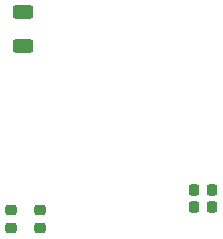
<source format=gtp>
%TF.GenerationSoftware,KiCad,Pcbnew,8.0.4*%
%TF.CreationDate,2024-12-21T23:10:03-05:00*%
%TF.ProjectId,Reaction Wheel,52656163-7469-46f6-9e20-576865656c2e,rev?*%
%TF.SameCoordinates,Original*%
%TF.FileFunction,Paste,Top*%
%TF.FilePolarity,Positive*%
%FSLAX46Y46*%
G04 Gerber Fmt 4.6, Leading zero omitted, Abs format (unit mm)*
G04 Created by KiCad (PCBNEW 8.0.4) date 2024-12-21 23:10:03*
%MOMM*%
%LPD*%
G01*
G04 APERTURE LIST*
G04 Aperture macros list*
%AMRoundRect*
0 Rectangle with rounded corners*
0 $1 Rounding radius*
0 $2 $3 $4 $5 $6 $7 $8 $9 X,Y pos of 4 corners*
0 Add a 4 corners polygon primitive as box body*
4,1,4,$2,$3,$4,$5,$6,$7,$8,$9,$2,$3,0*
0 Add four circle primitives for the rounded corners*
1,1,$1+$1,$2,$3*
1,1,$1+$1,$4,$5*
1,1,$1+$1,$6,$7*
1,1,$1+$1,$8,$9*
0 Add four rect primitives between the rounded corners*
20,1,$1+$1,$2,$3,$4,$5,0*
20,1,$1+$1,$4,$5,$6,$7,0*
20,1,$1+$1,$6,$7,$8,$9,0*
20,1,$1+$1,$8,$9,$2,$3,0*%
G04 Aperture macros list end*
%ADD10RoundRect,0.250000X-0.625000X0.312500X-0.625000X-0.312500X0.625000X-0.312500X0.625000X0.312500X0*%
%ADD11RoundRect,0.225000X0.250000X-0.225000X0.250000X0.225000X-0.250000X0.225000X-0.250000X-0.225000X0*%
%ADD12RoundRect,0.225000X-0.225000X-0.250000X0.225000X-0.250000X0.225000X0.250000X-0.225000X0.250000X0*%
G04 APERTURE END LIST*
D10*
%TO.C,R1*%
X55500000Y-55450000D03*
X55500000Y-58375000D03*
%TD*%
D11*
%TO.C,C3*%
X57000000Y-73750000D03*
X57000000Y-72200000D03*
%TD*%
D12*
%TO.C,C2*%
X70000000Y-72000000D03*
X71550000Y-72000000D03*
%TD*%
D11*
%TO.C,C4*%
X54500000Y-73750000D03*
X54500000Y-72200000D03*
%TD*%
D12*
%TO.C,C1*%
X70000000Y-70500000D03*
X71550000Y-70500000D03*
%TD*%
M02*

</source>
